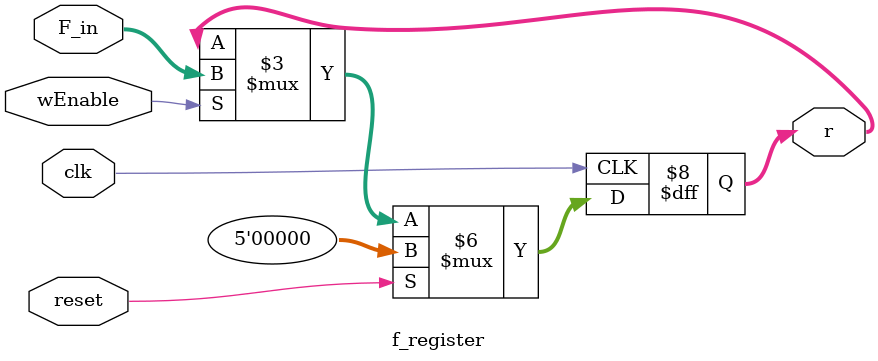
<source format=v>
module f_register(F_in, wEnable, reset, clk, r);
	 input [4:0] F_in;
	 input clk, wEnable, reset;
	 output reg [4:0] r;
	 
 always @( posedge clk )
	begin
	if (reset) r <= 5'b00000;
	else
		begin			
			if (wEnable)
				begin
					r <= F_in;
				end
			else
				begin
					r <= r;
				end
		end
	end
endmodule
</source>
